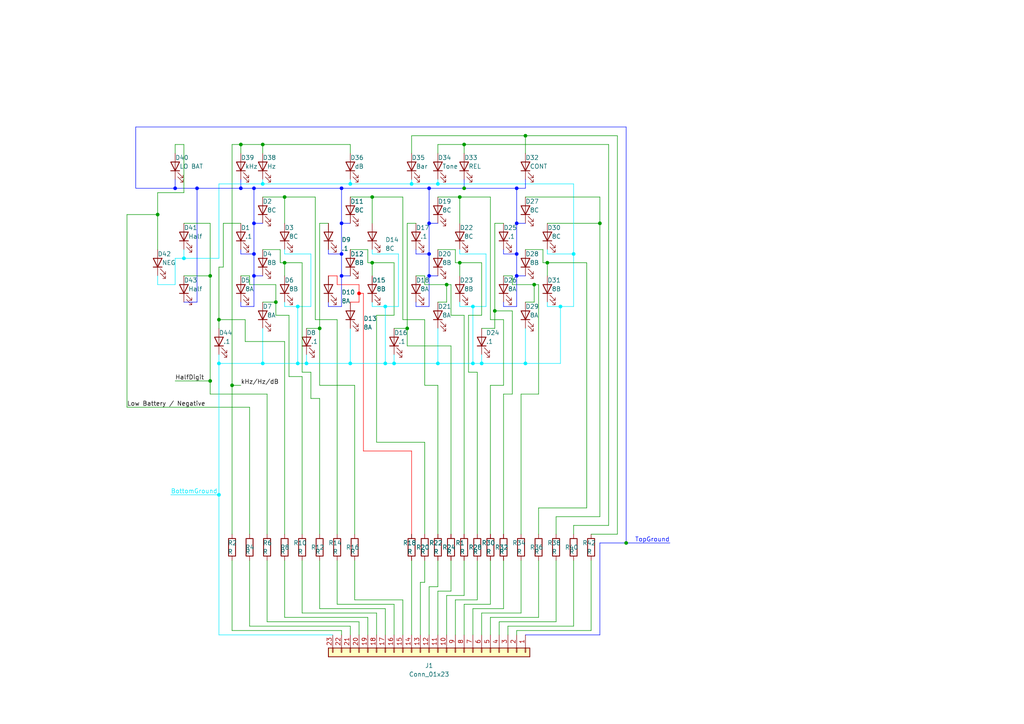
<source format=kicad_sch>
(kicad_sch (version 20231120) (generator "eeschema") (generator_version "8.0")
  (paper "A4")
  (lib_symbols
    (symbol "Connector_Generic:Conn_01x23" (pin_names (offset 1.016) hide)
      (property "Reference" "J" (at 0 30.48 0))
      (property "Value" "Conn_01x23" (at 0 -30.48 0))
      (symbol "Conn_01x23_1_1"
        (rectangle (start -1.27 -27.813) (end 0 -28.067) (stroke (width 0.1524)))
        (rectangle (start -1.27 -25.273) (end 0 -25.527) (stroke (width 0.1524)))
        (rectangle (start -1.27 -22.733) (end 0 -22.987) (stroke (width 0.1524)))
        (rectangle (start -1.27 -20.193) (end 0 -20.447) (stroke (width 0.1524)))
        (rectangle (start -1.27 -17.653) (end 0 -17.907) (stroke (width 0.1524)))
        (rectangle (start -1.27 -15.113) (end 0 -15.367) (stroke (width 0.1524)))
        (rectangle (start -1.27 -12.573) (end 0 -12.827) (stroke (width 0.1524)))
        (rectangle (start -1.27 -10.033) (end 0 -10.287) (stroke (width 0.1524)))
        (rectangle (start -1.27 -7.493) (end 0 -7.747) (stroke (width 0.1524)))
        (rectangle (start -1.27 -4.953) (end 0 -5.207) (stroke (width 0.1524)))
        (rectangle (start -1.27 -2.413) (end 0 -2.667) (stroke (width 0.1524)))
        (rectangle (start -1.27 0.127) (end 0 -0.127) (stroke (width 0.1524)))
        (rectangle (start -1.27 2.667) (end 0 2.413) (stroke (width 0.1524)))
        (rectangle (start -1.27 5.207) (end 0 4.953) (stroke (width 0.1524)))
        (rectangle (start -1.27 7.747) (end 0 7.493) (stroke (width 0.1524)))
        (rectangle (start -1.27 10.287) (end 0 10.033) (stroke (width 0.1524)))
        (rectangle (start -1.27 12.827) (end 0 12.573) (stroke (width 0.1524)))
        (rectangle (start -1.27 15.367) (end 0 15.113) (stroke (width 0.1524)))
        (rectangle (start -1.27 17.907) (end 0 17.653) (stroke (width 0.1524)))
        (rectangle (start -1.27 20.447) (end 0 20.193) (stroke (width 0.1524)))
        (rectangle (start -1.27 22.987) (end 0 22.733) (stroke (width 0.1524)))
        (rectangle (start -1.27 25.527) (end 0 25.273) (stroke (width 0.1524)))
        (rectangle (start -1.27 28.067) (end 0 27.813) (stroke (width 0.1524)))
        (rectangle (start -1.27 29.21) (end 1.27 -29.21) (stroke (width 0.254)) (fill (type background)))
        (pin passive line (at -5.08 27.94 0) (length 3.81) (name "Pin_1") (number "1"))
        (pin passive line (at -5.08 5.08 0) (length 3.81) (name "Pin_10") (number "10"))
        (pin passive line (at -5.08 2.54 0) (length 3.81) (name "Pin_11") (number "11"))
        (pin passive line (at -5.08 0 0) (length 3.81) (name "Pin_12") (number "12"))
        (pin passive line (at -5.08 -2.54 0) (length 3.81) (name "Pin_13") (number "13"))
        (pin passive line (at -5.08 -5.08 0) (length 3.81) (name "Pin_14") (number "14"))
        (pin passive line (at -5.08 -7.62 0) (length 3.81) (name "Pin_15") (number "15"))
        (pin passive line (at -5.08 -10.16 0) (length 3.81) (name "Pin_16") (number "16"))
        (pin passive line (at -5.08 -12.7 0) (length 3.81) (name "Pin_17") (number "17"))
        (pin passive line (at -5.08 -15.24 0) (length 3.81) (name "Pin_18") (number "18"))
        (pin passive line (at -5.08 -17.78 0) (length 3.81) (name "Pin_19") (number "19"))
        (pin passive line (at -5.08 25.4 0) (length 3.81) (name "Pin_2") (number "2"))
        (pin passive line (at -5.08 -20.32 0) (length 3.81) (name "Pin_20") (number "20"))
        (pin passive line (at -5.08 -22.86 0) (length 3.81) (name "Pin_21") (number "21"))
        (pin passive line (at -5.08 -25.4 0) (length 3.81) (name "Pin_22") (number "22"))
        (pin passive line (at -5.08 -27.94 0) (length 3.81) (name "Pin_23") (number "23"))
        (pin passive line (at -5.08 22.86 0) (length 3.81) (name "Pin_3") (number "3"))
        (pin passive line (at -5.08 20.32 0) (length 3.81) (name "Pin_4") (number "4"))
        (pin passive line (at -5.08 17.78 0) (length 3.81) (name "Pin_5") (number "5"))
        (pin passive line (at -5.08 15.24 0) (length 3.81) (name "Pin_6") (number "6"))
        (pin passive line (at -5.08 12.7 0) (length 3.81) (name "Pin_7") (number "7"))
        (pin passive line (at -5.08 10.16 0) (length 3.81) (name "Pin_8") (number "8"))
        (pin passive line (at -5.08 7.62 0) (length 3.81) (name "Pin_9") (number "9"))
      )
    )
    (symbol "Device:LED" (pin_numbers hide) (pin_names (offset 1.016) hide)
      (property "Reference" "D" (at 0 2.54 0))
      (property "Value" "LED" (at 0 -2.54 0))
      (symbol "LED_0_1"
        (polyline (pts (xy -1.27 -1.27) (xy -1.27 1.27)) (stroke (width 0.254)))
        (polyline (pts (xy -1.27 0) (xy 1.27 0)))
        (polyline (pts (xy 1.27 -1.27) (xy 1.27 1.27) (xy -1.27 0) (xy 1.27 -1.27)) (stroke (width 0.254)))
        (polyline (pts (xy -3.048 -0.762) (xy -4.572 -2.286) (xy -3.81 -2.286) (xy -4.572 -2.286) (xy -4.572 -1.524)))
        (polyline (pts (xy -1.778 -0.762) (xy -3.302 -2.286) (xy -2.54 -2.286) (xy -3.302 -2.286) (xy -3.302 -1.524)))
      )
      (symbol "LED_1_1"
        (pin passive line (at -3.81 0 0) (length 2.54) (name "K") (number "1"))
        (pin passive line (at 3.81 0 180) (length 2.54) (name "A") (number "2"))
      )
    )
    (symbol "Device:R" (pin_numbers hide) (pin_names (offset 0))
      (property "Reference" "R" (at 2.032 0 90))
      (property "Value" "R" (at 0 0 90))
      (symbol "R_0_1"
        (rectangle (start -1.016 -2.54) (end 1.016 2.54) (stroke (width 0.254)))
      )
      (symbol "R_1_1"
        (pin passive line (at 0 3.81 270) (length 1.27) (name "~") (number "1"))
        (pin passive line (at 0 -3.81 90) (length 1.27) (name "~") (number "2"))
      )
    )
  )
  (junction (at 149.86 73.66) (color 0 14 255 1))
  (junction (at 166.37 73.66) (color 0 236 255 1))
  (junction (at 124.46 54.61) (color 0 14 255 1))
  (junction (at 88.9 105.41) (color 0 236 255 1))
  (junction (at 73.66 80.01) (color 0 14 255 1))
  (junction (at 99.06 80.01) (color 0 14 255 1))
  (junction (at 67.31 111.76))
  (junction (at 162.56 88.9) (color 0 236 255 1))
  (junction (at 152.4 39.37))
  (junction (at 149.86 54.61) (color 0 14 255 1))
  (junction (at 99.06 64.77) (color 0 14 255 1))
  (junction (at 119.38 53.34) (color 0 236 255 1))
  (junction (at 181.61 157.48))
  (junction (at 82.55 57.15))
  (junction (at 111.76 105.41) (color 0 236 255 1))
  (junction (at 60.96 80.01))
  (junction (at 133.35 57.15))
  (junction (at 139.7 105.41) (color 0 236 255 1))
  (junction (at 107.95 76.2))
  (junction (at 69.85 41.91))
  (junction (at 69.85 54.61) (color 0 14 255 1))
  (junction (at 73.66 54.61) (color 0 14 255 1))
  (junction (at 114.3 105.41) (color 0 236 255 1))
  (junction (at 76.2 41.91))
  (junction (at 82.55 76.2))
  (junction (at 63.5 105.41) (color 0 236 255 1))
  (junction (at 73.66 64.77) (color 0 14 255 1))
  (junction (at 92.71 95.25))
  (junction (at 127 53.34) (color 0 236 255 1))
  (junction (at 99.06 54.61) (color 0 14 255 1))
  (junction (at 127 105.41) (color 0 236 255 1))
  (junction (at 53.34 74.93) (color 0 236 255 1))
  (junction (at 134.62 54.61))
  (junction (at 134.62 41.91))
  (junction (at 137.16 88.9) (color 0 236 255 1))
  (junction (at 99.06 73.66) (color 0 14 255 1))
  (junction (at 86.36 88.9) (color 0 236 255 1))
  (junction (at 124.46 64.77) (color 0 14 255 1))
  (junction (at 154.94 82.55))
  (junction (at 118.11 95.25))
  (junction (at 137.16 105.41) (color 0 236 255 1))
  (junction (at 107.95 57.15))
  (junction (at 143.51 90.17))
  (junction (at 104.14 85.09) (color 255 0 0 1))
  (junction (at 149.86 64.77) (color 0 14 255 1))
  (junction (at 124.46 80.01) (color 0 14 255 1))
  (junction (at 101.6 53.34) (color 0 236 255 1))
  (junction (at 152.4 105.41) (color 0 236 255 1))
  (junction (at 80.01 87.63))
  (junction (at 73.66 73.66) (color 0 14 255 1))
  (junction (at 173.99 64.77))
  (junction (at 76.2 53.34) (color 0 236 255 1))
  (junction (at 76.2 105.41) (color 0 236 255 1))
  (junction (at 45.72 62.23))
  (junction (at 133.35 76.2))
  (junction (at 149.86 80.01) (color 0 14 255 1))
  (junction (at 63.5 143.51) (color 0 236 255 1))
  (junction (at 129.54 82.55))
  (junction (at 50.8 54.61) (color 0 14 255 1))
  (junction (at 124.46 73.66) (color 0 14 255 1))
  (junction (at 60.96 110.49))
  (junction (at 111.76 88.9) (color 0 236 255 1))
  (junction (at 101.6 105.41) (color 0 236 255 1))
  (junction (at 63.5 92.71))
  (junction (at 86.36 105.41) (color 0 236 255 1))
  (junction (at 158.75 76.2))
  (junction (at 57.15 54.61) (color 0 14 255 1))
  (wire (pts (xy 162.56 105.41) (xy 152.4 105.41)) (stroke (width 0) (color 0 236 255 1)))
  (wire (pts (xy 82.55 99.06) (xy 71.12 99.06)))
  (wire (pts (xy 133.35 57.15) (xy 133.35 64.77)))
  (wire (pts (xy 146.05 114.3) (xy 148.59 114.3)))
  (wire (pts (xy 123.19 128.27) (xy 109.22 128.27)))
  (wire (pts (xy 99.06 182.88) (xy 99.06 184.15)))
  (wire (pts (xy 179.07 39.37) (xy 179.07 154.94)))
  (wire (pts (xy 152.4 57.15) (xy 173.99 57.15)))
  (wire (pts (xy 137.16 88.9) (xy 137.16 105.41)) (stroke (width 0) (color 0 236 255 1)))
  (wire (pts (xy 71.12 99.06) (xy 71.12 92.71)))
  (wire (pts (xy 143.51 95.25) (xy 139.7 95.25)))
  (wire (pts (xy 90.17 73.66) (xy 90.17 88.9)) (stroke (width 0) (color 0 236 255 1)))
  (wire (pts (xy 129.54 184.15) (xy 129.54 172.72)))
  (wire (pts (xy 124.46 170.18) (xy 127 170.18)))
  (wire (pts (xy 152.4 54.61) (xy 152.4 52.07)) (stroke (width 0) (color 0 14 255 1)))
  (wire (pts (xy 130.81 171.45) (xy 127 171.45)))
  (wire (pts (xy 81.28 76.2) (xy 82.55 76.2)))
  (wire (pts (xy 99.06 73.66) (xy 99.06 64.77)) (stroke (width 0) (color 0 14 255 1)))
  (wire (pts (xy 60.96 114.3) (xy 60.96 110.49)))
  (wire (pts (xy 151.13 114.3) (xy 156.21 114.3)))
  (wire (pts (xy 49.53 143.51) (xy 63.5 143.51)) (stroke (width 0) (color 0 236 255 1)))
  (wire (pts (xy 123.19 168.91) (xy 121.92 168.91)))
  (wire (pts (xy 80.01 91.44) (xy 80.01 87.63)))
  (wire (pts (xy 99.06 80.01) (xy 101.6 80.01)) (stroke (width 0) (color 0 14 255 1)))
  (wire (pts (xy 97.79 162.56) (xy 97.79 175.26)))
  (wire (pts (xy 166.37 162.56) (xy 166.37 181.61)))
  (wire (pts (xy 166.37 181.61) (xy 147.32 181.61)))
  (wire (pts (xy 142.24 179.07) (xy 142.24 184.15)))
  (wire (pts (xy 39.37 54.61) (xy 50.8 54.61)) (stroke (width 0) (color 0 14 255 1)))
  (wire (pts (xy 111.76 105.41) (xy 114.3 105.41)) (stroke (width 0) (color 0 236 255 1)))
  (wire (pts (xy 147.32 181.61) (xy 147.32 184.15)))
  (wire (pts (xy 134.62 54.61) (xy 149.86 54.61)) (stroke (width 0) (color 0 14 255 1)))
  (wire (pts (xy 123.19 92.71) (xy 116.84 92.71)))
  (wire (pts (xy 148.59 82.55) (xy 154.94 82.55)))
  (wire (pts (xy 144.78 180.34) (xy 161.29 180.34)))
  (wire (pts (xy 146.05 111.76) (xy 146.05 92.71)))
  (wire (pts (xy 148.59 90.17) (xy 143.51 90.17)))
  (wire (pts (xy 109.22 91.44) (xy 114.3 91.44)))
  (wire (pts (xy 95.25 64.77) (xy 92.71 64.77)))
  (wire (pts (xy 73.66 73.66) (xy 73.66 80.01)) (stroke (width 0) (color 0 14 255 1)))
  (wire (pts (xy 88.9 102.87) (xy 88.9 105.41)) (stroke (width 0) (color 0 236 255 1)))
  (wire (pts (xy 53.34 74.93) (xy 53.34 72.39)) (stroke (width 0) (color 0 236 255 1)))
  (wire (pts (xy 50.8 41.91) (xy 50.8 44.45)))
  (wire (pts (xy 130.81 91.44) (xy 130.81 82.55)))
  (wire (pts (xy 170.18 147.32) (xy 170.18 76.2)))
  (wire (pts (xy 127 111.76) (xy 123.19 111.76)))
  (wire (pts (xy 124.46 64.77) (xy 127 64.77)) (stroke (width 0) (color 0 14 255 1)))
  (wire (pts (xy 152.4 39.37) (xy 179.07 39.37)))
  (wire (pts (xy 73.66 64.77) (xy 73.66 54.61)) (stroke (width 0) (color 0 14 255 1)))
  (wire (pts (xy 36.83 62.23) (xy 45.72 62.23)))
  (wire (pts (xy 166.37 53.34) (xy 166.37 73.66)) (stroke (width 0) (color 0 236 255 1)))
  (wire (pts (xy 181.61 157.48) (xy 194.31 157.48)) (stroke (width 0) (color 0 14 255 1)))
  (wire (pts (xy 76.2 64.77) (xy 73.66 64.77)) (stroke (width 0) (color 0 14 255 1)))
  (wire (pts (xy 90.17 115.57) (xy 90.17 107.95)))
  (wire (pts (xy 114.3 175.26) (xy 114.3 184.15)))
  (wire (pts (xy 132.08 76.2) (xy 133.35 76.2)))
  (wire (pts (xy 87.63 107.95) (xy 87.63 76.2)))
  (wire (pts (xy 119.38 52.07) (xy 119.38 53.34)) (stroke (width 0) (color 0 236 255 1)))
  (wire (pts (xy 151.13 162.56) (xy 151.13 177.8)))
  (wire (pts (xy 92.71 95.25) (xy 88.9 95.25)))
  (wire (pts (xy 158.75 88.9) (xy 158.75 87.63)) (stroke (width 0) (color 0 236 255 1)))
  (wire (pts (xy 139.7 105.41) (xy 152.4 105.41)) (stroke (width 0) (color 0 236 255 1)))
  (wire (pts (xy 95.25 72.39) (xy 95.25 73.66)) (stroke (width 0) (color 0 14 255 1)))
  (wire (pts (xy 127 87.63) (xy 129.54 87.63)))
  (wire (pts (xy 129.54 82.55) (xy 123.19 82.55)))
  (wire (pts (xy 133.35 72.39) (xy 133.35 73.66)) (stroke (width 0) (color 0 236 255 1)))
  (wire (pts (xy 99.06 88.9) (xy 99.06 80.01)) (stroke (width 0) (color 0 14 255 1)))
  (wire (pts (xy 50.8 82.55) (xy 50.8 74.93)) (stroke (width 0) (color 0 236 255 1)))
  (wire (pts (xy 101.6 52.07) (xy 101.6 53.34)) (stroke (width 0) (color 0 236 255 1)))
  (wire (pts (xy 114.3 102.87) (xy 114.3 105.41)) (stroke (width 0) (color 0 236 255 1)))
  (wire (pts (xy 135.89 91.44) (xy 139.7 91.44)))
  (wire (pts (xy 92.71 111.76) (xy 92.71 95.25)))
  (wire (pts (xy 69.85 73.66) (xy 73.66 73.66)) (stroke (width 0) (color 0 14 255 1)))
  (wire (pts (xy 105.41 85.09) (xy 104.14 85.09)) (stroke (width 0) (color 255 0 0 1)))
  (wire (pts (xy 86.36 88.9) (xy 82.55 88.9)) (stroke (width 0) (color 0 236 255 1)))
  (wire (pts (xy 53.34 55.88) (xy 53.34 41.91)))
  (wire (pts (xy 119.38 39.37) (xy 119.38 44.45)))
  (wire (pts (xy 67.31 162.56) (xy 67.31 182.88)))
  (wire (pts (xy 127 105.41) (xy 137.16 105.41)) (stroke (width 0) (color 0 236 255 1)))
  (wire (pts (xy 69.85 111.76) (xy 67.31 111.76)))
  (wire (pts (xy 50.8 54.61) (xy 57.15 54.61)) (stroke (width 0) (color 0 14 255 1)))
  (wire (pts (xy 63.5 53.34) (xy 63.5 74.93)) (stroke (width 0) (color 0 236 255 1)))
  (wire (pts (xy 77.47 114.3) (xy 60.96 114.3)))
  (wire (pts (xy 148.59 80.01) (xy 148.59 82.55)))
  (wire (pts (xy 106.68 179.07) (xy 82.55 179.07)))
  (wire (pts (xy 127 53.34) (xy 166.37 53.34)) (stroke (width 0) (color 0 236 255 1)))
  (wire (pts (xy 181.61 36.83) (xy 181.61 157.48)) (stroke (width 0) (color 0 14 255 1)))
  (wire (pts (xy 120.65 73.66) (xy 124.46 73.66)) (stroke (width 0) (color 0 14 255 1)))
  (wire (pts (xy 127 154.94) (xy 127 111.76)))
  (wire (pts (xy 120.65 88.9) (xy 124.46 88.9)) (stroke (width 0) (color 0 14 255 1)))
  (wire (pts (xy 157.48 72.39) (xy 157.48 76.2)))
  (wire (pts (xy 45.72 55.88) (xy 53.34 55.88)))
  (wire (pts (xy 87.63 76.2) (xy 82.55 76.2)))
  (wire (pts (xy 109.22 177.8) (xy 109.22 184.15)))
  (wire (pts (xy 138.43 173.99) (xy 132.08 173.99)))
  (wire (pts (xy 133.35 73.66) (xy 140.97 73.66)) (stroke (width 0) (color 0 236 255 1)))
  (wire (pts (xy 143.51 64.77) (xy 143.51 90.17)))
  (wire (pts (xy 127 57.15) (xy 133.35 57.15)))
  (wire (pts (xy 106.68 76.2) (xy 106.68 72.39)))
  (wire (pts (xy 95.25 88.9) (xy 99.06 88.9)) (stroke (width 0) (color 0 14 255 1)))
  (wire (pts (xy 63.5 102.87) (xy 63.5 105.41)) (stroke (width 0) (color 0 236 255 1)))
  (wire (pts (xy 91.44 92.71) (xy 91.44 57.15)))
  (wire (pts (xy 63.5 77.47) (xy 64.77 77.47)))
  (wire (pts (xy 101.6 57.15) (xy 107.95 57.15)))
  (wire (pts (xy 97.79 175.26) (xy 114.3 175.26)))
  (wire (pts (xy 64.77 64.77) (xy 69.85 64.77)))
  (wire (pts (xy 158.75 76.2) (xy 158.75 80.01)))
  (wire (pts (xy 173.99 157.48) (xy 173.99 184.15)) (stroke (width 0) (color 0 14 255 1)))
  (wire (pts (xy 101.6 95.25) (xy 101.6 105.41)) (stroke (width 0) (color 0 236 255 1)))
  (wire (pts (xy 36.83 118.11) (xy 36.83 62.23)))
  (wire (pts (xy 107.95 72.39) (xy 107.95 73.66)) (stroke (width 0) (color 0 236 255 1)))
  (wire (pts (xy 152.4 39.37) (xy 152.4 44.45)))
  (wire (pts (xy 76.2 87.63) (xy 80.01 87.63)))
  (wire (pts (xy 97.79 92.71) (xy 91.44 92.71)))
  (wire (pts (xy 148.59 80.01) (xy 146.05 80.01)))
  (wire (pts (xy 146.05 88.9) (xy 146.05 87.63)) (stroke (width 0) (color 0 14 255 1)))
  (wire (pts (xy 140.97 73.66) (xy 140.97 88.9)) (stroke (width 0) (color 0 236 255 1)))
  (wire (pts (xy 134.62 52.07) (xy 134.62 54.61)) (stroke (width 0) (color 0 14 255 1)))
  (wire (pts (xy 69.85 88.9) (xy 73.66 88.9)) (stroke (width 0) (color 0 14 255 1)))
  (wire (pts (xy 60.96 80.01) (xy 53.34 80.01)))
  (wire (pts (xy 76.2 80.01) (xy 73.66 80.01)) (stroke (width 0) (color 0 14 255 1)))
  (wire (pts (xy 118.11 95.25) (xy 118.11 64.77)))
  (wire (pts (xy 162.56 88.9) (xy 158.75 88.9)) (stroke (width 0) (color 0 236 255 1)))
  (wire (pts (xy 82.55 72.39) (xy 82.55 73.66)) (stroke (width 0) (color 0 236 255 1)))
  (wire (pts (xy 95.25 87.63) (xy 95.25 88.9)) (stroke (width 0) (color 0 14 255 1)))
  (wire (pts (xy 86.36 105.41) (xy 88.9 105.41)) (stroke (width 0) (color 0 236 255 1)))
  (wire (pts (xy 158.75 64.77) (xy 173.99 64.77)))
  (wire (pts (xy 111.76 184.15) (xy 111.76 176.53)))
  (wire (pts (xy 67.31 41.91) (xy 67.31 111.76)))
  (wire (pts (xy 176.53 41.91) (xy 176.53 152.4)))
  (wire (pts (xy 114.3 76.2) (xy 107.95 76.2)))
  (wire (pts (xy 173.99 64.77) (xy 173.99 149.86)))
  (wire (pts (xy 82.55 154.94) (xy 82.55 99.06)))
  (wire (pts (xy 151.13 114.3) (xy 151.13 154.94)))
  (wire (pts (xy 76.2 72.39) (xy 81.28 72.39)))
  (wire (pts (xy 156.21 82.55) (xy 154.94 82.55)))
  (wire (pts (xy 156.21 162.56) (xy 156.21 179.07)))
  (wire (pts (xy 72.39 82.55) (xy 72.39 80.01)))
  (wire (pts (xy 149.86 80.01) (xy 149.86 88.9)) (stroke (width 0) (color 0 14 255 1)))
  (wire (pts (xy 80.01 87.63) (xy 80.01 82.55)))
  (wire (pts (xy 114.3 105.41) (xy 127 105.41)) (stroke (width 0) (color 0 236 255 1)))
  (wire (pts (xy 96.52 184.15) (xy 63.5 184.15)) (stroke (width 0) (color 0 236 255 1)))
  (wire (pts (xy 118.11 100.33) (xy 118.11 95.25)))
  (wire (pts (xy 139.7 177.8) (xy 151.13 177.8)))
  (wire (pts (xy 107.95 87.63) (xy 107.95 88.9)) (stroke (width 0) (color 0 236 255 1)))
  (wire (pts (xy 127 44.45) (xy 127 41.91)))
  (wire (pts (xy 152.4 54.61) (xy 149.86 54.61)) (stroke (width 0) (color 0 14 255 1)))
  (wire (pts (xy 116.84 92.71) (xy 116.84 57.15)))
  (wire (pts (xy 73.66 54.61) (xy 99.06 54.61)) (stroke (width 0) (color 0 14 255 1)))
  (wire (pts (xy 146.05 72.39) (xy 146.05 73.66)) (stroke (width 0) (color 0 14 255 1)))
  (wire (pts (xy 77.47 162.56) (xy 77.47 180.34)))
  (wire (pts (xy 104.14 180.34) (xy 104.14 184.15)))
  (wire (pts (xy 146.05 73.66) (xy 149.86 73.66)) (stroke (width 0) (color 0 14 255 1)))
  (wire (pts (xy 127 170.18) (xy 127 162.56)))
  (wire (pts (xy 115.57 88.9) (xy 115.57 73.66)) (stroke (width 0) (color 0 236 255 1)))
  (wire (pts (xy 133.35 88.9) (xy 133.35 87.63)) (stroke (width 0) (color 0 236 255 1)))
  (wire (pts (xy 127 80.01) (xy 124.46 80.01)) (stroke (width 0) (color 0 14 255 1)))
  (wire (pts (xy 119.38 130.81) (xy 105.41 130.81)) (stroke (width 0) (color 255 0 0 1)))
  (wire (pts (xy 137.16 176.53) (xy 137.16 184.15)))
  (wire (pts (xy 130.81 154.94) (xy 130.81 100.33)))
  (wire (pts (xy 116.84 173.99) (xy 102.87 173.99)))
  (wire (pts (xy 137.16 88.9) (xy 133.35 88.9)) (stroke (width 0) (color 0 236 255 1)))
  (wire (pts (xy 149.86 184.15) (xy 149.86 182.88)))
  (wire (pts (xy 107.95 76.2) (xy 106.68 76.2)))
  (wire (pts (xy 76.2 53.34) (xy 63.5 53.34)) (stroke (width 0) (color 0 236 255 1)))
  (wire (pts (xy 92.71 162.56) (xy 92.71 176.53)))
  (wire (pts (xy 102.87 154.94) (xy 102.87 111.76)))
  (wire (pts (xy 138.43 162.56) (xy 138.43 173.99)))
  (wire (pts (xy 158.75 73.66) (xy 166.37 73.66)) (stroke (width 0) (color 0 236 255 1)))
  (wire (pts (xy 142.24 57.15) (xy 133.35 57.15)))
  (wire (pts (xy 119.38 53.34) (xy 127 53.34)) (stroke (width 0) (color 0 236 255 1)))
  (wire (pts (xy 88.9 105.41) (xy 101.6 105.41)) (stroke (width 0) (color 0 236 255 1)))
  (wire (pts (xy 132.08 173.99) (xy 132.08 184.15)))
  (wire (pts (xy 123.19 154.94) (xy 123.19 128.27)))
  (wire (pts (xy 107.95 57.15) (xy 107.95 64.77)))
  (wire (pts (xy 134.62 154.94) (xy 134.62 91.44)))
  (wire (pts (xy 101.6 105.41) (xy 111.76 105.41)) (stroke (width 0) (color 0 236 255 1)))
  (wire (pts (xy 39.37 36.83) (xy 39.37 54.61)) (stroke (width 0) (color 0 14 255 1)))
  (wire (pts (xy 115.57 73.66) (xy 107.95 73.66)) (stroke (width 0) (color 0 236 255 1)))
  (wire (pts (xy 144.78 184.15) (xy 144.78 180.34)))
  (wire (pts (xy 114.3 95.25) (xy 118.11 95.25)))
  (wire (pts (xy 72.39 118.11) (xy 36.83 118.11)))
  (wire (pts (xy 69.85 87.63) (xy 69.85 88.9)) (stroke (width 0) (color 0 14 255 1)))
  (wire (pts (xy 127 72.39) (xy 132.08 72.39)))
  (wire (pts (xy 149.86 80.01) (xy 152.4 80.01)) (stroke (width 0) (color 0 14 255 1)))
  (wire (pts (xy 82.55 88.9) (xy 82.55 87.63)) (stroke (width 0) (color 0 236 255 1)))
  (wire (pts (xy 101.6 87.63) (xy 104.14 87.63)) (stroke (width 0) (color 255 0 0 1)))
  (wire (pts (xy 119.38 130.81) (xy 119.38 154.94)) (stroke (width 0) (color 255 0 0 1)))
  (wire (pts (xy 134.62 175.26) (xy 142.24 175.26)))
  (wire (pts (xy 127 171.45) (xy 127 184.15)))
  (wire (pts (xy 149.86 54.61) (xy 149.86 64.77)) (stroke (width 0) (color 0 14 255 1)))
  (wire (pts (xy 76.2 41.91) (xy 76.2 44.45)))
  (wire (pts (xy 53.34 41.91) (xy 50.8 41.91)))
  (wire (pts (xy 146.05 162.56) (xy 146.05 176.53)))
  (wire (pts (xy 69.85 41.91) (xy 76.2 41.91)))
  (wire (pts (xy 63.5 92.71) (xy 71.12 92.71)))
  (wire (pts (xy 130.81 162.56) (xy 130.81 171.45)))
  (wire (pts (xy 107.95 76.2) (xy 107.95 80.01)))
  (wire (pts (xy 130.81 100.33) (xy 118.11 100.33)))
  (wire (pts (xy 97.79 82.55) (xy 104.14 82.55)) (stroke (width 0) (color 255 0 0 1)))
  (wire (pts (xy 116.84 184.15) (xy 116.84 173.99)))
  (wire (pts (xy 123.19 82.55) (xy 123.19 80.01)))
  (wire (pts (xy 91.44 57.15) (xy 82.55 57.15)))
  (wire (pts (xy 76.2 53.34) (xy 101.6 53.34)) (stroke (width 0) (color 0 236 255 1)))
  (wire (pts (xy 109.22 128.27) (xy 109.22 91.44)))
  (wire (pts (xy 64.77 77.47) (xy 64.77 64.77)))
  (wire (pts (xy 107.95 88.9) (xy 111.76 88.9)) (stroke (width 0) (color 0 236 255 1)))
  (wire (pts (xy 146.05 92.71) (xy 142.24 92.71)))
  (wire (pts (xy 102.87 111.76) (xy 92.71 111.76)))
  (wire (pts (xy 161.29 162.56) (xy 161.29 180.34)))
  (wire (pts (xy 127 95.25) (xy 127 105.41)) (stroke (width 0) (color 0 236 255 1)))
  (wire (pts (xy 90.17 88.9) (xy 86.36 88.9)) (stroke (width 0) (color 0 236 255 1)))
  (wire (pts (xy 67.31 182.88) (xy 99.06 182.88)))
  (wire (pts (xy 154.94 82.55) (xy 154.94 87.63)))
  (wire (pts (xy 105.41 85.09) (xy 105.41 130.81)) (stroke (width 0) (color 255 0 0 1)))
  (wire (pts (xy 92.71 154.94) (xy 92.71 115.57)))
  (wire (pts (xy 158.75 72.39) (xy 158.75 73.66)) (stroke (width 0) (color 0 236 255 1)))
  (wire (pts (xy 156.21 179.07) (xy 142.24 179.07)))
  (wire (pts (xy 166.37 152.4) (xy 166.37 154.94)))
  (wire (pts (xy 134.62 41.91) (xy 134.62 44.45)))
  (wire (pts (xy 162.56 88.9) (xy 162.56 105.41)) (stroke (width 0) (color 0 236 255 1)))
  (wire (pts (xy 156.21 147.32) (xy 156.21 154.94)))
  (wire (pts (xy 99.06 64.77) (xy 101.6 64.77)) (stroke (width 0) (color 0 14 255 1)))
  (wire (pts (xy 152.4 72.39) (xy 157.48 72.39)))
  (wire (pts (xy 166.37 73.66) (xy 166.37 88.9)) (stroke (width 0) (color 0 236 255 1)))
  (wire (pts (xy 119.38 39.37) (xy 152.4 39.37)))
  (wire (pts (xy 129.54 87.63) (xy 129.54 82.55)))
  (wire (pts (xy 158.75 76.2) (xy 170.18 76.2)))
  (wire (pts (xy 102.87 162.56) (xy 102.87 173.99)))
  (wire (pts (xy 99.06 54.61) (xy 124.46 54.61)) (stroke (width 0) (color 0 14 255 1)))
  (wire (pts (xy 69.85 54.61) (xy 73.66 54.61)) (stroke (width 0) (color 0 14 255 1)))
  (wire (pts (xy 67.31 41.91) (xy 69.85 41.91)))
  (wire (pts (xy 86.36 88.9) (xy 86.36 105.41)) (stroke (width 0) (color 0 236 255 1)))
  (wire (pts (xy 156.21 147.32) (xy 170.18 147.32)))
  (wire (pts (xy 45.72 80.01) (xy 45.72 82.55)) (stroke (width 0) (color 0 236 255 1)))
  (wire (pts (xy 146.05 176.53) (xy 137.16 176.53)))
  (wire (pts (xy 60.96 80.01) (xy 60.96 110.49)))
  (wire (pts (xy 101.6 184.15) (xy 101.6 181.61)))
  (wire (pts (xy 80.01 82.55) (xy 72.39 82.55)))
  (wire (pts (xy 76.2 52.07) (xy 76.2 53.34)) (stroke (width 0) (color 0 236 255 1)))
  (wire (pts (xy 181.61 36.83) (xy 39.37 36.83)) (stroke (width 0) (color 0 14 255 1)))
  (wire (pts (xy 123.19 111.76) (xy 123.19 92.71)))
  (wire (pts (xy 116.84 57.15) (xy 107.95 57.15)))
  (wire (pts (xy 87.63 162.56) (xy 87.63 177.8)))
  (wire (pts (xy 134.62 91.44) (xy 130.81 91.44)))
  (wire (pts (xy 82.55 73.66) (xy 90.17 73.66)) (stroke (width 0) (color 0 236 255 1)))
  (wire (pts (xy 111.76 88.9) (xy 115.57 88.9)) (stroke (width 0) (color 0 236 255 1)))
  (wire (pts (xy 53.34 74.93) (xy 63.5 74.93)) (stroke (width 0) (color 0 236 255 1)))
  (wire (pts (xy 114.3 91.44) (xy 114.3 76.2)))
  (wire (pts (xy 166.37 88.9) (xy 162.56 88.9)) (stroke (width 0) (color 0 236 255 1)))
  (wire (pts (xy 120.65 80.01) (xy 123.19 80.01)))
  (wire (pts (xy 124.46 80.01) (xy 124.46 88.9)) (stroke (width 0) (color 0 14 255 1)))
  (wire (pts (xy 90.17 107.95) (xy 87.63 107.95)))
  (wire (pts (xy 133.35 76.2) (xy 133.35 80.01)))
  (wire (pts (xy 87.63 154.94) (xy 87.63 109.22)))
  (wire (pts (xy 92.71 115.57) (xy 90.17 115.57)))
  (wire (pts (xy 97.79 154.94) (xy 97.79 92.71)))
  (wire (pts (xy 149.86 182.88) (xy 171.45 182.88)))
  (wire (pts (xy 60.96 64.77) (xy 60.96 80.01)))
  (wire (pts (xy 119.38 162.56) (xy 119.38 184.15)))
  (wire (pts (xy 92.71 64.77) (xy 92.71 95.25)))
  (wire (pts (xy 137.16 105.41) (xy 139.7 105.41)) (stroke (width 0) (color 0 236 255 1)))
  (wire (pts (xy 104.14 85.09) (xy 104.14 87.63)) (stroke (width 0) (color 255 0 0 1)))
  (wire (pts (xy 101.6 53.34) (xy 119.38 53.34)) (stroke (width 0) (color 0 236 255 1)))
  (wire (pts (xy 166.37 152.4) (xy 176.53 152.4)))
  (wire (pts (xy 81.28 72.39) (xy 81.28 76.2)))
  (wire (pts (xy 152.4 184.15) (xy 173.99 184.15)) (stroke (width 0) (color 0 14 255 1)))
  (wire (pts (xy 87.63 109.22) (xy 83.82 109.22)))
  (wire (pts (xy 53.34 64.77) (xy 60.96 64.77)))
  (wire (pts (xy 129.54 82.55) (xy 130.81 82.55)))
  (wire (pts (xy 171.45 154.94) (xy 179.07 154.94)))
  (wire (pts (xy 173.99 157.48) (xy 181.61 157.48)) (stroke (width 0) (color 0 14 255 1)))
  (wire (pts (xy 76.2 105.41) (xy 86.36 105.41)) (stroke (width 0) (color 0 236 255 1)))
  (wire (pts (xy 146.05 64.77) (xy 143.51 64.77)))
  (wire (pts (xy 97.79 80.01) (xy 97.79 82.55)) (stroke (width 0) (color 255 0 0 1)))
  (wire (pts (xy 111.76 176.53) (xy 92.71 176.53)))
  (wire (pts (xy 69.85 54.61) (xy 57.15 54.61)) (stroke (width 0) (color 0 14 255 1)))
  (wire (pts (xy 82.55 76.2) (xy 82.55 80.01)))
  (wire (pts (xy 142.24 162.56) (xy 142.24 175.26)))
  (wire (pts (xy 45.72 62.23) (xy 45.72 55.88)))
  (wire (pts (xy 124.46 54.61) (xy 134.62 54.61)) (stroke (width 0) (color 0 14 255 1)))
  (wire (pts (xy 76.2 95.25) (xy 76.2 105.41)) (stroke (width 0) (color 0 236 255 1)))
  (wire (pts (xy 139.7 102.87) (xy 139.7 105.41)) (stroke (width 0) (color 0 236 255 1)))
  (wire (pts (xy 57.15 54.61) (xy 57.15 87.63)) (stroke (width 0) (color 0 14 255 1)))
  (wire (pts (xy 95.25 73.66) (xy 99.06 73.66)) (stroke (width 0) (color 0 14 255 1)))
  (wire (pts (xy 134.62 184.15) (xy 134.62 175.26)))
  (wire (pts (xy 156.21 114.3) (xy 156.21 82.55)))
  (wire (pts (xy 139.7 76.2) (xy 133.35 76.2)))
  (wire (pts (xy 149.86 64.77) (xy 149.86 73.66)) (stroke (width 0) (color 0 14 255 1)))
  (wire (pts (xy 176.53 41.91) (xy 134.62 41.91)))
  (wire (pts (xy 139.7 184.15) (xy 139.7 177.8)))
  (wire (pts (xy 76.2 57.15) (xy 82.55 57.15)))
  (wire (pts (xy 83.82 91.44) (xy 80.01 91.44)))
  (wire (pts (xy 76.2 41.91) (xy 101.6 41.91)))
  (wire (pts (xy 101.6 181.61) (xy 72.39 181.61)))
  (wire (pts (xy 57.15 87.63) (xy 53.34 87.63)) (stroke (width 0) (color 0 14 255 1)))
  (wire (pts (xy 99.06 80.01) (xy 99.06 73.66)) (stroke (width 0) (color 0 14 255 1)))
  (wire (pts (xy 142.24 111.76) (xy 146.05 111.76)))
  (wire (pts (xy 63.5 92.71) (xy 63.5 77.47)))
  (wire (pts (xy 50.8 110.49) (xy 60.96 110.49)))
  (wire (pts (xy 152.4 95.25) (xy 152.4 105.41)) (stroke (width 0) (color 0 236 255 1)))
  (wire (pts (xy 69.85 72.39) (xy 69.85 73.66)) (stroke (width 0) (color 0 14 255 1)))
  (wire (pts (xy 171.45 162.56) (xy 171.45 182.88)))
  (wire (pts (xy 138.43 107.95) (xy 135.89 107.95)))
  (wire (pts (xy 161.29 149.86) (xy 161.29 154.94)))
  (wire (pts (xy 129.54 172.72) (xy 134.62 172.72)))
  (wire (pts (xy 50.8 52.07) (xy 50.8 54.61)) (stroke (width 0) (color 0 14 255 1)))
  (wire (pts (xy 148.59 114.3) (xy 148.59 90.17)))
  (wire (pts (xy 149.86 88.9) (xy 146.05 88.9)) (stroke (width 0) (color 0 14 255 1)))
  (wire (pts (xy 118.11 64.77) (xy 120.65 64.77)))
  (wire (pts (xy 138.43 154.94) (xy 138.43 107.95)))
  (wire (pts (xy 139.7 91.44) (xy 139.7 76.2)))
  (wire (pts (xy 127 53.34) (xy 127 52.07)) (stroke (width 0) (color 0 236 255 1)))
  (wire (pts (xy 173.99 64.77) (xy 173.99 57.15)))
  (wire (pts (xy 121.92 168.91) (xy 121.92 184.15)))
  (wire (pts (xy 69.85 44.45) (xy 69.85 41.91)))
  (wire (pts (xy 77.47 180.34) (xy 104.14 180.34)))
  (wire (pts (xy 104.14 82.55) (xy 104.14 85.09)) (stroke (width 0) (color 255 0 0 1)))
  (wire (pts (xy 82.55 162.56) (xy 82.55 179.07)))
  (wire (pts (xy 124.46 73.66) (xy 124.46 80.01)) (stroke (width 0) (color 0 14 255 1)))
  (wire (pts (xy 45.72 82.55) (xy 50.8 82.55)) (stroke (width 0) (color 0 236 255 1)))
  (wire (pts (xy 124.46 54.61) (xy 124.46 64.77)) (stroke (width 0) (color 0 14 255 1)))
  (wire (pts (xy 95.25 80.01) (xy 97.79 80.01)) (stroke (width 0) (color 255 0 0 1)))
  (wire (pts (xy 140.97 88.9) (xy 137.16 88.9)) (stroke (width 0) (color 0 236 255 1)))
  (wire (pts (xy 73.66 80.01) (xy 73.66 88.9)) (stroke (width 0) (color 0 14 255 1)))
  (wire (pts (xy 146.05 154.94) (xy 146.05 114.3)))
  (wire (pts (xy 63.5 92.71) (xy 63.5 95.25)))
  (wire (pts (xy 83.82 109.22) (xy 83.82 91.44)))
  (wire (pts (xy 157.48 76.2) (xy 158.75 76.2)))
  (wire (pts (xy 127 41.91) (xy 134.62 41.91)))
  (wire (pts (xy 73.66 73.66) (xy 73.66 64.77)) (stroke (width 0) (color 0 14 255 1)))
  (wire (pts (xy 124.46 73.66) (xy 124.46 64.77)) (stroke (width 0) (color 0 14 255 1)))
  (wire (pts (xy 50.8 74.93) (xy 53.34 74.93)) (stroke (width 0) (color 0 236 255 1)))
  (wire (pts (xy 173.99 149.86) (xy 161.29 149.86)))
  (wire (pts (xy 123.19 162.56) (xy 123.19 168.91)))
  (wire (pts (xy 154.94 87.63) (xy 152.4 87.63)))
  (wire (pts (xy 143.51 90.17) (xy 143.51 95.25)))
  (wire (pts (xy 134.62 172.72) (xy 134.62 162.56)))
  (wire (pts (xy 142.24 92.71) (xy 142.24 57.15)))
  (wire (pts (xy 152.4 64.77) (xy 149.86 64.77)) (stroke (width 0) (color 0 14 255 1)))
  (wire (pts (xy 120.65 72.39) (xy 120.65 73.66)) (stroke (width 0) (color 0 14 255 1)))
  (wire (pts (xy 142.24 154.94) (xy 142.24 111.76)))
  (wire (pts (xy 45.72 72.39) (xy 45.72 62.23)))
  (wire (pts (xy 132.08 72.39) (xy 132.08 76.2)))
  (wire (pts (xy 82.55 57.15) (xy 82.55 64.77)))
  (wire (pts (xy 149.86 73.66) (xy 149.86 80.01)) (stroke (width 0) (color 0 14 255 1)))
  (wire (pts (xy 87.63 177.8) (xy 109.22 177.8)))
  (wire (pts (xy 101.6 41.91) (xy 101.6 44.45)))
  (wire (pts (xy 63.5 143.51) (xy 63.5 184.15)) (stroke (width 0) (color 0 236 255 1)))
  (wire (pts (xy 67.31 111.76) (xy 67.31 154.94)))
  (wire (pts (xy 77.47 154.94) (xy 77.47 114.3)))
  (wire (pts (xy 135.89 107.95) (xy 135.89 91.44)))
  (wire (pts (xy 99.06 54.61) (xy 99.06 64.77)) (stroke (width 0) (color 0 14 255 1)))
  (wire (pts (xy 69.85 52.07) (xy 69.85 54.61)) (stroke (width 0) (color 0 14 255 1)))
  (wire (pts (xy 120.65 87.63) (xy 120.65 88.9)) (stroke (width 0) (color 0 14 255 1)))
  (wire (pts (xy 63.5 105.41) (xy 63.5 143.51)) (stroke (width 0) (color 0 236 255 1)))
  (wire (pts (xy 111.76 88.9) (xy 111.76 105.41)) (stroke (width 0) (color 0 236 255 1)))
  (wire (pts (xy 106.68 72.39) (xy 101.6 72.39)))
  (wire (pts (xy 72.39 162.56) (xy 72.39 181.61)))
  (wire (pts (xy 63.5 105.41) (xy 76.2 105.41)) (stroke (width 0) (color 0 236 255 1)))
  (wire (pts (xy 124.46 184.15) (xy 124.46 170.18)))
  (wire (pts (xy 72.39 154.94) (xy 72.39 118.11)))
  (wire (pts (xy 69.85 80.01) (xy 72.39 80.01)))
  (wire (pts (xy 106.68 184.15) (xy 106.68 179.07)))
  (label "kHz{slash}Hz{slash}dB" (at 69.85 111.76 0))
  (label "TopGround" (at 184.15 157.48 0))
  (label "Low Battery {slash} Negative" (at 36.83 118.11 0))
  (label "BottomGround" (at 49.53 143.51 0))
  (label "HalfDigit" (at 50.8 110.49 0))
  (symbol (lib_id "Device:LED") (at 146.05 68.58 90) (unit 1)
    (property "Reference" "D25" (at 146.05 66.04 90) (effects (justify right)))
    (property "Value" ".1" (at 147.32 68.58 90) (effects (justify right)))
    (property "Footprint" "FlukeLibrary:LED_0805_2012Metric_Pad1.3x1.40mm_HandSolder" (effects (hide yes)))
  )
  (symbol (lib_id "Device:LED") (at 114.3 99.06 90) (unit 1)
    (property "Reference" "D16" (at 114.3 96.52 90) (effects (justify right)))
    (property "Value" ".1" (at 115.57 99.06 90) (effects (justify right)))
    (property "Footprint" "FlukeLibrary:LED_0805_2012Metric_Pad1.3x1.40mm_HandSolder" (effects (hide yes)))
  )
  (symbol (lib_id "Device:LED") (at 133.35 83.82 90) (unit 1)
    (property "Reference" "D23" (at 133.35 81.28 90) (effects (justify right)))
    (property "Value" "8B" (at 134.62 83.82 90) (effects (justify right)))
    (property "Footprint" "FlukeLibrary:LED_0805_2012Metric_Pad1.3x1.40mm_HandSolder" (effects (hide yes)))
  )
  (symbol (lib_id "Device:LED") (at 134.62 48.26 90) (unit 1)
    (property "Reference" "D33" (at 134.62 45.72 90) (effects (justify right)))
    (property "Value" "REL" (at 135.89 48.26 90) (effects (justify right)))
    (property "Footprint" "FlukeLibrary:LED_0805_2012Metric_Pad1.3x1.40mm_HandSolder" (effects (hide yes)))
  )
  (symbol (lib_id "Device:R") (at 138.43 158.75 180) (unit 1)
    (property "Reference" "R28" (at 135.89 158.75 0) (effects (justify right)))
    (property "Value" "R" (at 137.16 160.02 0) (effects (justify right)))
    (property "Footprint" "Resistor_SMD:R_0805_2012Metric_Pad1.20x1.40mm_HandSolder" (effects (hide yes)))
  )
  (symbol (lib_id "Device:LED") (at 127 48.26 90) (unit 1)
    (property "Reference" "D34" (at 127 45.72 90) (effects (justify right)))
    (property "Value" "Tone" (at 128.27 48.26 90) (effects (justify right)))
    (property "Footprint" "FlukeLibrary:LED_0805_2012Metric_Pad1.3x1.40mm_HandSolder" (effects (hide yes)))
  )
  (symbol (lib_id "Device:LED") (at 50.8 48.26 90) (unit 1)
    (property "Reference" "D40" (at 50.8 45.72 90) (effects (justify right)))
    (property "Value" "LO BAT" (at 52.07 48.26 90) (effects (justify right)))
    (property "Footprint" "FlukeLibrary:LED_0805_2012Metric_Pad1.3x1.40mm_HandSolder" (effects (hide yes)))
  )
  (symbol (lib_id "Device:R") (at 77.47 158.75 180) (unit 1)
    (property "Reference" "R6" (at 76.2 157.48 0) (effects (justify right)))
    (property "Value" "R" (at 76.2 160.02 0) (effects (justify right)))
    (property "Footprint" "Resistor_SMD:R_0805_2012Metric_Pad1.20x1.40mm_HandSolder" (effects (hide yes)))
  )
  (symbol (lib_id "Device:LED") (at 95.25 68.58 90) (unit 1)
    (property "Reference" "D9" (at 99.06 69.5325 90) (effects (justify right)))
    (property "Value" ".1" (at 99.06 72.0725 90) (effects (justify right)))
    (property "Footprint" "FlukeLibrary:LED_0805_2012Metric_Pad1.3x1.40mm_HandSolder" (effects (hide yes)))
  )
  (symbol (lib_id "Device:R") (at 123.19 158.75 180) (unit 1)
    (property "Reference" "R20" (at 120.65 158.75 0) (effects (justify right)))
    (property "Value" "R" (at 121.92 160.02 0) (effects (justify right)))
    (property "Footprint" "Resistor_SMD:R_0805_2012Metric_Pad1.20x1.40mm_HandSolder" (effects (hide yes)))
  )
  (symbol (lib_id "Device:LED") (at 101.6 48.26 90) (unit 1)
    (property "Reference" "D36" (at 101.6 45.72 90) (effects (justify right)))
    (property "Value" "dB" (at 102.87 48.26 90) (effects (justify right)))
    (property "Footprint" "FlukeLibrary:LED_0805_2012Metric_Pad1.3x1.40mm_HandSolder" (effects (hide yes)))
  )
  (symbol (lib_id "Device:LED") (at 152.4 91.44 90) (unit 1)
    (property "Reference" "D29" (at 152.4 88.9 90) (effects (justify right)))
    (property "Value" "8A" (at 153.67 91.44 90) (effects (justify right)))
    (property "Footprint" "FlukeLibrary:LED_0805_2012Metric_Pad1.3x1.40mm_HandSolder" (effects (hide yes)))
  )
  (symbol (lib_id "Device:LED") (at 69.85 48.26 90) (unit 1)
    (property "Reference" "D39" (at 69.85 45.72 90) (effects (justify right)))
    (property "Value" "kHz" (at 71.12 48.26 90) (effects (justify right)))
    (property "Footprint" "FlukeLibrary:LED_0805_2012Metric_Pad1.3x1.40mm_HandSolder" (effects (hide yes)))
  )
  (symbol (lib_id "Device:R") (at 146.05 158.75 180) (unit 1)
    (property "Reference" "R32" (at 143.51 158.75 0) (effects (justify right)))
    (property "Value" "R" (at 144.78 160.02 0) (effects (justify right)))
    (property "Footprint" "Resistor_SMD:R_0805_2012Metric_Pad1.20x1.40mm_HandSolder" (effects (hide yes)))
  )
  (symbol (lib_id "Device:LED") (at 45.72 76.2 90) (unit 1)
    (property "Reference" "D42" (at 45.72 73.66 90) (effects (justify right)))
    (property "Value" "NEG" (at 46.99 76.2 90) (effects (justify right)))
    (property "Footprint" "FlukeLibrary:LED_0805_2012Metric_Pad1.3x1.40mm_HandSolder" (effects (hide yes)))
  )
  (symbol (lib_id "Device:R") (at 166.37 158.75 180) (unit 1)
    (property "Reference" "R40" (at 163.83 158.75 0) (effects (justify right)))
    (property "Value" "R" (at 165.1 160.02 0) (effects (justify right)))
    (property "Footprint" "Resistor_SMD:R_0805_2012Metric_Pad1.20x1.40mm_HandSolder" (effects (hide yes)))
  )
  (symbol (lib_id "Device:LED") (at 76.2 60.96 90) (unit 1)
    (property "Reference" "D2" (at 76.2 58.42 90) (effects (justify right)))
    (property "Value" "8C" (at 77.47 60.96 90) (effects (justify right)))
    (property "Footprint" "FlukeLibrary:LED_0805_2012Metric_Pad1.3x1.40mm_HandSolder" (effects (hide yes)))
  )
  (symbol (lib_id "Device:R") (at 127 158.75 180) (unit 1)
    (property "Reference" "R22" (at 124.46 157.48 0) (effects (justify right)))
    (property "Value" "R" (at 125.73 160.02 0) (effects (justify right)))
    (property "Footprint" "Resistor_SMD:R_0805_2012Metric_Pad1.20x1.40mm_HandSolder" (effects (hide yes)))
  )
  (symbol (lib_id "Device:R") (at 82.55 158.75 180) (unit 1)
    (property "Reference" "R8" (at 81.28 158.75 0) (effects (justify right)))
    (property "Value" "R" (at 81.28 160.02 0) (effects (justify right)))
    (property "Footprint" "Resistor_SMD:R_0805_2012Metric_Pad1.20x1.40mm_HandSolder" (effects (hide yes)))
  )
  (symbol (lib_id "Device:LED") (at 76.2 76.2 90) (unit 1)
    (property "Reference" "D4" (at 76.2 73.66 90) (effects (justify right)))
    (property "Value" "8B" (at 77.47 76.2 90) (effects (justify right)))
    (property "Footprint" "FlukeLibrary:LED_0805_2012Metric_Pad1.3x1.40mm_HandSolder" (effects (hide yes)))
  )
  (symbol (lib_id "Device:LED") (at 146.05 83.82 90) (unit 1)
    (property "Reference" "D26" (at 146.05 81.28 90) (effects (justify right)))
    (property "Value" "8A" (at 147.32 83.82 90) (effects (justify right)))
    (property "Footprint" "FlukeLibrary:LED_0805_2012Metric_Pad1.3x1.40mm_HandSolder" (effects (hide yes)))
  )
  (symbol (lib_id "Device:R") (at 92.71 158.75 180) (unit 1)
    (property "Reference" "R12" (at 90.17 158.75 0) (effects (justify right)))
    (property "Value" "R" (at 91.44 160.02 0) (effects (justify right)))
    (property "Footprint" "Resistor_SMD:R_0805_2012Metric_Pad1.20x1.40mm_HandSolder" (effects (hide yes)))
  )
  (symbol (lib_id "Device:LED") (at 53.34 83.82 90) (unit 1)
    (property "Reference" "D43" (at 53.34 81.28 90) (effects (justify right)))
    (property "Value" "Half" (at 54.61 83.82 90) (effects (justify right)))
    (property "Footprint" "FlukeLibrary:LED_0805_2012Metric_Pad1.3x1.40mm_HandSolder" (effects (hide yes)))
  )
  (symbol (lib_id "Device:LED") (at 152.4 76.2 90) (unit 1)
    (property "Reference" "D28" (at 152.4 73.66 90) (effects (justify right)))
    (property "Value" "8B" (at 153.67 76.2 90) (effects (justify right)))
    (property "Footprint" "FlukeLibrary:LED_0805_2012Metric_Pad1.3x1.40mm_HandSolder" (effects (hide yes)))
  )
  (symbol (lib_id "Device:LED") (at 119.38 48.26 90) (unit 1)
    (property "Reference" "D35" (at 119.38 45.72 90) (effects (justify right)))
    (property "Value" "Bar" (at 120.65 48.26 90) (effects (justify right)))
    (property "Footprint" "FlukeLibrary:LED_0805_2012Metric_Pad1.3x1.40mm_HandSolder" (effects (hide yes)))
  )
  (symbol (lib_id "Device:R") (at 119.38 158.75 180) (unit 1)
    (property "Reference" "R18" (at 116.84 157.48 0) (effects (justify right)))
    (property "Value" "R" (at 118.11 160.02 0) (effects (justify right)))
    (property "Footprint" "Resistor_SMD:R_0805_2012Metric_Pad1.20x1.40mm_HandSolder" (effects (hide yes)))
  )
  (symbol (lib_id "Device:LED") (at 127 60.96 90) (unit 1)
    (property "Reference" "D19" (at 127 58.42 90) (effects (justify right)))
    (property "Value" "8C" (at 128.27 60.96 90) (effects (justify right)))
    (property "Footprint" "FlukeLibrary:LED_0805_2012Metric_Pad1.3x1.40mm_HandSolder" (effects (hide yes)))
  )
  (symbol (lib_id "Device:R") (at 102.87 158.75 180) (unit 1)
    (property "Reference" "R16" (at 100.33 158.75 0) (effects (justify right)))
    (property "Value" "R" (at 101.6 160.02 0) (effects (justify right)))
    (property "Footprint" "Resistor_SMD:R_0805_2012Metric_Pad1.20x1.40mm_HandSolder" (effects (hide yes)))
  )
  (symbol (lib_id "Device:LED") (at 120.65 68.58 90) (unit 1)
    (property "Reference" "D17" (at 120.65 66.04 90) (effects (justify right)))
    (property "Value" ".1" (at 121.92 68.58 90) (effects (justify right)))
    (property "Footprint" "FlukeLibrary:LED_0805_2012Metric_Pad1.3x1.40mm_HandSolder" (effects (hide yes)))
  )
  (symbol (lib_id "Device:LED") (at 101.6 91.44 90) (unit 1)
    (property "Reference" "D13" (at 105.41 92.3925 90) (effects (justify right)))
    (property "Value" "8A" (at 105.41 94.9325 90) (effects (justify right)))
    (property "Footprint" "FlukeLibrary:LED_0805_2012Metric_Pad1.3x1.40mm_HandSolder" (effects (hide yes)))
  )
  (symbol (lib_id "Device:LED") (at 101.6 76.2 90) (unit 1)
    (property "Reference" "D12" (at 101.6 73.66 90) (effects (justify right)))
    (property "Value" "8B" (at 102.87 76.2 90) (effects (justify right)))
    (property "Footprint" "FlukeLibrary:LED_0805_2012Metric_Pad1.3x1.40mm_HandSolder" (effects (hide yes)))
  )
  (symbol (lib_id "Device:R") (at 134.62 158.75 180) (unit 1)
    (property "Reference" "R1" (at 132.08 157.48 0) (effects (justify right)))
    (property "Value" "R" (at 133.35 160.02 0) (effects (justify right)))
    (property "Footprint" "Resistor_SMD:R_0805_2012Metric_Pad1.20x1.40mm_HandSolder" (effects (hide yes)))
  )
  (symbol (lib_id "Device:LED") (at 76.2 91.44 90) (unit 1)
    (property "Reference" "D7" (at 76.2 88.9 90) (effects (justify right)))
    (property "Value" "8A" (at 77.47 91.44 90) (effects (justify right)))
    (property "Footprint" "FlukeLibrary:LED_0805_2012Metric_Pad1.3x1.40mm_HandSolder" (effects (hide yes)))
  )
  (symbol (lib_id "Device:LED") (at 107.95 68.58 90) (unit 1)
    (property "Reference" "D14" (at 111.76 69.5325 90) (effects (justify right)))
    (property "Value" "8C" (at 111.76 72.0725 90) (effects (justify right)))
    (property "Footprint" "FlukeLibrary:LED_0805_2012Metric_Pad1.3x1.40mm_HandSolder" (effects (hide yes)))
  )
  (symbol (lib_id "Device:R") (at 87.63 158.75 180) (unit 1)
    (property "Reference" "R10" (at 85.09 157.48 0) (effects (justify right)))
    (property "Value" "R" (at 86.36 160.02 0) (effects (justify right)))
    (property "Footprint" "Resistor_SMD:R_0805_2012Metric_Pad1.20x1.40mm_HandSolder" (effects (hide yes)))
  )
  (symbol (lib_id "Connector_Generic:Conn_01x23") (at 124.46 189.23 270) (unit 1)
    (property "Reference" "J1" (at 124.46 193.04 90))
    (property "Value" "Conn_01x23" (at 124.46 195.58 90))
    (property "Footprint" "FlukeLibrary:Fluke_8060A_LCD_ElastoPads" (effects (hide yes)))
  )
  (symbol (lib_id "Device:R") (at 151.13 158.75 180) (unit 1)
    (property "Reference" "R34" (at 148.59 157.48 0) (effects (justify right)))
    (property "Value" "R" (at 149.86 160.02 0) (effects (justify right)))
    (property "Footprint" "Resistor_SMD:R_0805_2012Metric_Pad1.20x1.40mm_HandSolder" (effects (hide yes)))
  )
  (symbol (lib_id "Device:R") (at 142.24 158.75 180) (unit 1)
    (property "Reference" "R30" (at 139.7 157.48 0) (effects (justify right)))
    (property "Value" "R" (at 140.97 160.02 0) (effects (justify right)))
    (property "Footprint" "Resistor_SMD:R_0805_2012Metric_Pad1.20x1.40mm_HandSolder" (effects (hide yes)))
  )
  (symbol (lib_id "Device:LED") (at 120.65 83.82 90) (unit 1)
    (property "Reference" "D18" (at 120.65 81.28 90) (effects (justify right)))
    (property "Value" "8A" (at 121.92 83.82 90) (effects (justify right)))
    (property "Footprint" "FlukeLibrary:LED_0805_2012Metric_Pad1.3x1.40mm_HandSolder" (effects (hide yes)))
  )
  (symbol (lib_id "Device:LED") (at 152.4 48.26 90) (unit 1)
    (property "Reference" "D32" (at 152.4 45.72 90) (effects (justify right)))
    (property "Value" "CONT" (at 153.67 48.26 90) (effects (justify right)))
    (property "Footprint" "FlukeLibrary:LED_0805_2012Metric_Pad1.3x1.40mm_HandSolder" (effects (hide yes)))
  )
  (symbol (lib_id "Device:R") (at 97.79 158.75 180) (unit 1)
    (property "Reference" "R14" (at 95.25 157.48 0) (effects (justify right)))
    (property "Value" "R" (at 96.52 160.02 0) (effects (justify right)))
    (property "Footprint" "Resistor_SMD:R_0805_2012Metric_Pad1.20x1.40mm_HandSolder" (effects (hide yes)))
  )
  (symbol (lib_id "Device:LED") (at 69.85 83.82 90) (unit 1)
    (property "Reference" "D5" (at 69.85 81.28 90) (effects (justify right)))
    (property "Value" "8A" (at 71.12 83.82 90) (effects (justify right)))
    (property "Footprint" "FlukeLibrary:LED_0805_2012Metric_Pad1.3x1.40mm_HandSolder" (effects (hide yes)))
  )
  (symbol (lib_id "Device:LED") (at 82.55 68.58 90) (unit 1)
    (property "Reference" "D3" (at 82.55 66.04 90) (effects (justify right)))
    (property "Value" "8C" (at 83.82 68.58 90) (effects (justify right)))
    (property "Footprint" "FlukeLibrary:LED_0805_2012Metric_Pad1.3x1.40mm_HandSolder" (effects (hide yes)))
  )
  (symbol (lib_id "Device:R") (at 161.29 158.75 180) (unit 1)
    (property "Reference" "R38" (at 158.75 157.48 0) (effects (justify right)))
    (property "Value" "R" (at 160.02 160.02 0) (effects (justify right)))
    (property "Footprint" "Resistor_SMD:R_0805_2012Metric_Pad1.20x1.40mm_HandSolder" (effects (hide yes)))
  )
  (symbol (lib_id "Device:R") (at 156.21 158.75 180) (unit 1)
    (property "Reference" "R36" (at 153.67 158.75 0) (effects (justify right)))
    (property "Value" "R" (at 154.94 160.02 0) (effects (justify right)))
    (property "Footprint" "Resistor_SMD:R_0805_2012Metric_Pad1.20x1.40mm_HandSolder" (effects (hide yes)))
  )
  (symbol (lib_id "Device:R") (at 72.39 158.75 180) (unit 1)
    (property "Reference" "R4" (at 71.12 158.75 0) (effects (justify right)))
    (property "Value" "R" (at 71.12 160.02 0) (effects (justify right)))
    (property "Footprint" "Resistor_SMD:R_0805_2012Metric_Pad1.20x1.40mm_HandSolder" (effects (hide yes)))
  )
  (symbol (lib_id "Device:LED") (at 139.7 99.06 90) (unit 1)
    (property "Reference" "D24" (at 140.97 96.52 90) (effects (justify right)))
    (property "Value" ".1" (at 140.97 99.06 90) (effects (justify right)))
    (property "Footprint" "FlukeLibrary:LED_0805_2012Metric_Pad1.3x1.40mm_HandSolder" (effects (hide yes)))
  )
  (symbol (lib_id "Device:LED") (at 107.95 83.82 90) (unit 1)
    (property "Reference" "D15" (at 107.95 81.28 90) (effects (justify right)))
    (property "Value" "8B" (at 109.22 83.82 90) (effects (justify right)))
    (property "Footprint" "FlukeLibrary:LED_0805_2012Metric_Pad1.3x1.40mm_HandSolder" (effects (hide yes)))
  )
  (symbol (lib_id "Device:R") (at 130.81 158.75 180) (unit 1)
    (property "Reference" "R24" (at 128.27 158.75 0) (effects (justify right)))
    (property "Value" "R" (at 129.54 160.02 0) (effects (justify right)))
    (property "Footprint" "Resistor_SMD:R_0805_2012Metric_Pad1.20x1.40mm_HandSolder" (effects (hide yes)))
  )
  (symbol (lib_id "Device:LED") (at 53.34 68.58 90) (unit 1)
    (property "Reference" "D41" (at 53.34 66.04 90) (effects (justify right)))
    (property "Value" "Half" (at 54.61 68.58 90) (effects (justify right)))
    (property "Footprint" "FlukeLibrary:LED_0805_2012Metric_Pad1.3x1.40mm_HandSolder" (effects (hide yes)))
  )
  (symbol (lib_id "Device:LED") (at 82.55 83.82 90) (unit 1)
    (property "Reference" "D6" (at 82.55 81.28 90) (effects (justify right)))
    (property "Value" "8B" (at 83.82 83.82 90) (effects (justify right)))
    (property "Footprint" "FlukeLibrary:LED_0805_2012Metric_Pad1.3x1.40mm_HandSolder" (effects (hide yes)))
  )
  (symbol (lib_id "Device:LED") (at 88.9 99.06 90) (unit 1)
    (property "Reference" "D8" (at 88.9 96.52 90) (effects (justify right)))
    (property "Value" ".1" (at 90.17 99.06 90) (effects (justify right)))
    (property "Footprint" "FlukeLibrary:LED_0805_2012Metric_Pad1.3x1.40mm_HandSolder" (effects (hide yes)))
  )
  (symbol (lib_id "Device:LED") (at 95.25 83.82 90) (unit 1)
    (property "Reference" "D10" (at 99.06 84.7725 90) (effects (justify right)))
    (property "Value" "8A" (at 99.06 87.3125 90) (effects (justify right)))
    (property "Footprint" "FlukeLibrary:LED_0805_2012Metric_Pad1.3x1.40mm_HandSolder" (effects (hide yes)))
  )
  (symbol (lib_id "Device:LED") (at 158.75 83.82 90) (unit 1)
    (property "Reference" "D31" (at 158.75 81.28 90) (effects (justify right)))
    (property "Value" "8B" (at 160.02 83.82 90) (effects (justify right)))
    (property "Footprint" "FlukeLibrary:LED_0805_2012Metric_Pad1.3x1.40mm_HandSolder" (effects (hide yes)))
  )
  (symbol (lib_id "Device:LED") (at 101.6 60.96 90) (unit 1)
    (property "Reference" "D11" (at 101.6 58.42 90) (effects (justify right)))
    (property "Value" "8C" (at 102.87 60.96 90) (effects (justify right)))
    (property "Footprint" "FlukeLibrary:LED_0805_2012Metric_Pad1.3x1.40mm_HandSolder" (effects (hide yes)))
  )
  (symbol (lib_id "Device:R") (at 67.31 158.75 180) (unit 1)
    (property "Reference" "R2" (at 66.04 157.48 0) (effects (justify right)))
    (property "Value" "R" (at 66.04 160.02 0) (effects (justify right)))
    (property "Footprint" "Resistor_SMD:R_0805_2012Metric_Pad1.20x1.40mm_HandSolder" (effects (hide yes)))
  )
  (symbol (lib_id "Device:LED") (at 127 76.2 90) (unit 1)
    (property "Reference" "D20" (at 127 73.66 90) (effects (justify right)))
    (property "Value" "8B" (at 128.27 76.2 90) (effects (justify right)))
    (property "Footprint" "FlukeLibrary:LED_0805_2012Metric_Pad1.3x1.40mm_HandSolder" (effects (hide yes)))
  )
  (symbol (lib_id "Device:LED") (at 158.75 68.58 90) (unit 1)
    (property "Reference" "D30" (at 158.75 66.04 90) (effects (justify right)))
    (property "Value" "8C" (at 160.02 68.58 90) (effects (justify right)))
    (property "Footprint" "FlukeLibrary:LED_0805_2012Metric_Pad1.3x1.40mm_HandSolder" (effects (hide yes)))
  )
  (symbol (lib_id "Device:LED") (at 76.2 48.26 90) (unit 1)
    (property "Reference" "D38" (at 76.2 45.72 90) (effects (justify right)))
    (property "Value" "Hz" (at 77.47 48.26 90) (effects (justify right)))
    (property "Footprint" "FlukeLibrary:LED_0805_2012Metric_Pad1.3x1.40mm_HandSolder" (effects (hide yes)))
  )
  (symbol (lib_id "Device:LED") (at 69.85 68.58 90) (unit 1)
    (property "Reference" "D1" (at 69.85 66.04 90) (effects (justify right)))
    (property "Value" ".1" (at 71.12 68.58 90) (effects (justify right)))
    (property "Footprint" "FlukeLibrary:LED_0805_2012Metric_Pad1.3x1.40mm_HandSolder" (effects (hide yes)))
  )
  (symbol (lib_id "Device:R") (at 171.45 158.75 180) (unit 1)
    (property "Reference" "R42" (at 168.91 157.48 0) (effects (justify right)))
    (property "Value" "R" (at 170.18 160.02 0) (effects (justify right)))
    (property "Footprint" "Resistor_SMD:R_0805_2012Metric_Pad1.20x1.40mm_HandSolder" (effects (hide yes)))
  )
  (symbol (lib_id "Device:LED") (at 127 91.44 90) (unit 1)
    (property "Reference" "D21" (at 127 88.9 90) (effects (justify right)))
    (property "Value" "8A" (at 128.27 91.44 90) (effects (justify right)))
    (property "Footprint" "FlukeLibrary:LED_0805_2012Metric_Pad1.3x1.40mm_HandSolder" (effects (hide yes)))
  )
  (symbol (lib_id "Device:LED") (at 152.4 60.96 90) (unit 1)
    (property "Reference" "D27" (at 152.4 58.42 90) (effects (justify right)))
    (property "Value" "8C" (at 153.67 60.96 90) (effects (justify right)))
    (property "Footprint" "FlukeLibrary:LED_0805_2012Metric_Pad1.3x1.40mm_HandSolder" (effects (hide yes)))
  )
  (symbol (lib_id "Device:LED") (at 133.35 68.58 90) (unit 1)
    (property "Reference" "D22" (at 133.35 66.04 90) (effects (justify right)))
    (property "Value" "8C" (at 134.62 68.58 90) (effects (justify right)))
    (property "Footprint" "FlukeLibrary:LED_0805_2012Metric_Pad1.3x1.40mm_HandSolder" (effects (hide yes)))
  )
  (symbol (lib_id "Device:LED") (at 63.5 99.06 90) (unit 1)
    (property "Reference" "D44" (at 63.5 96.52 90) (effects (justify right)))
    (property "Value" ".1" (at 64.77 99.06 90) (effects (justify right)))
    (property "Footprint" "FlukeLibrary:LED_0805_2012Metric_Pad1.3x1.40mm_HandSolder" (effects (hide yes)))
  )
)
</source>
